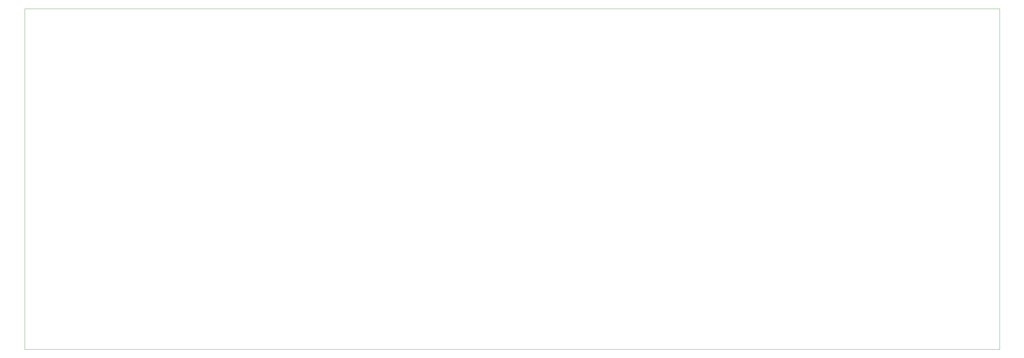
<source format=gbr>
G04 #@! TF.FileFunction,Profile,NP*
%FSLAX46Y46*%
G04 Gerber Fmt 4.6, Leading zero omitted, Abs format (unit mm)*
G04 Created by KiCad (PCBNEW (2015-01-16 BZR 5376)-product) date 17/05/2015 20:30:34*
%MOMM*%
G01*
G04 APERTURE LIST*
%ADD10C,0.100000*%
G04 APERTURE END LIST*
D10*
X27533600Y-155092400D02*
X27889200Y-155092400D01*
X27533600Y-55676800D02*
X27533600Y-155092400D01*
X311759600Y-55676800D02*
X27533600Y-55676800D01*
X311759600Y-155092400D02*
X311759600Y-55676800D01*
X27940000Y-155092400D02*
X311759600Y-155092400D01*
M02*

</source>
